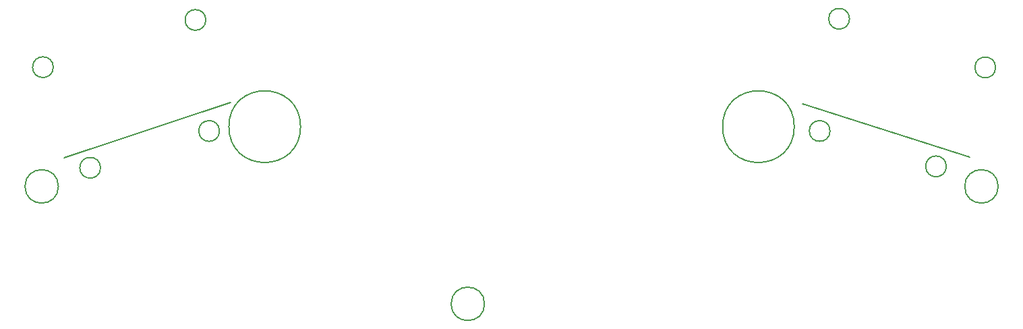
<source format=gbr>
%TF.GenerationSoftware,KiCad,Pcbnew,(7.0.0-0)*%
%TF.CreationDate,2023-06-11T14:42:47-06:00*%
%TF.ProjectId,snes_controller_pcb,736e6573-5f63-46f6-9e74-726f6c6c6572,4a*%
%TF.SameCoordinates,Original*%
%TF.FileFunction,Other,Comment*%
%FSLAX46Y46*%
G04 Gerber Fmt 4.6, Leading zero omitted, Abs format (unit mm)*
G04 Created by KiCad (PCBNEW (7.0.0-0)) date 2023-06-11 14:42:47*
%MOMM*%
%LPD*%
G01*
G04 APERTURE LIST*
%ADD10C,0.150000*%
G04 APERTURE END LIST*
D10*
X173130000Y-84570000D02*
X194060000Y-91320000D01*
X101290000Y-84470000D02*
X80360000Y-91390000D01*
%TO.C,JW2*%
X99902800Y-88011000D02*
G75*
G03*
X99902800Y-88011000I-1300000J0D01*
G01*
%TO.C,JW6*%
X197350000Y-80030000D02*
G75*
G03*
X197350000Y-80030000I-1300000J0D01*
G01*
%TO.C,H2*%
X172067800Y-87472000D02*
G75*
G03*
X172067800Y-87472000I-4500000J0D01*
G01*
%TO.C,H4*%
X197667800Y-94972000D02*
G75*
G03*
X197667800Y-94972000I-2100000J0D01*
G01*
%TO.C,JW1*%
X176560000Y-88011000D02*
G75*
G03*
X176560000Y-88011000I-1300000J0D01*
G01*
%TO.C,H5*%
X133183800Y-109722000D02*
G75*
G03*
X133183800Y-109722000I-2100000J0D01*
G01*
%TO.C,JW3*%
X191165000Y-92456000D02*
G75*
G03*
X191165000Y-92456000I-1300000J0D01*
G01*
%TO.C,JW7*%
X179000000Y-73920000D02*
G75*
G03*
X179000000Y-73920000I-1300000J0D01*
G01*
%TO.C,JW8*%
X79040000Y-80000000D02*
G75*
G03*
X79040000Y-80000000I-1300000J0D01*
G01*
%TO.C,JW5*%
X98190000Y-74070000D02*
G75*
G03*
X98190000Y-74070000I-1300000J0D01*
G01*
%TO.C,H1*%
X110083800Y-87472000D02*
G75*
G03*
X110083800Y-87472000I-4500000J0D01*
G01*
%TO.C,JW4*%
X84967600Y-92633800D02*
G75*
G03*
X84967600Y-92633800I-1300000J0D01*
G01*
%TO.C,H3*%
X79683800Y-94972000D02*
G75*
G03*
X79683800Y-94972000I-2100000J0D01*
G01*
%TD*%
M02*

</source>
